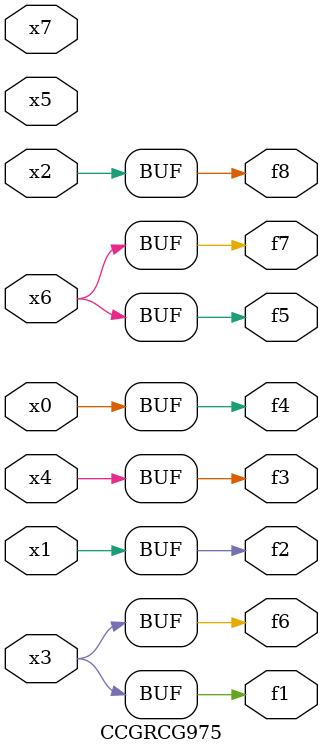
<source format=v>
module CCGRCG975(
	input x0, x1, x2, x3, x4, x5, x6, x7,
	output f1, f2, f3, f4, f5, f6, f7, f8
);
	assign f1 = x3;
	assign f2 = x1;
	assign f3 = x4;
	assign f4 = x0;
	assign f5 = x6;
	assign f6 = x3;
	assign f7 = x6;
	assign f8 = x2;
endmodule

</source>
